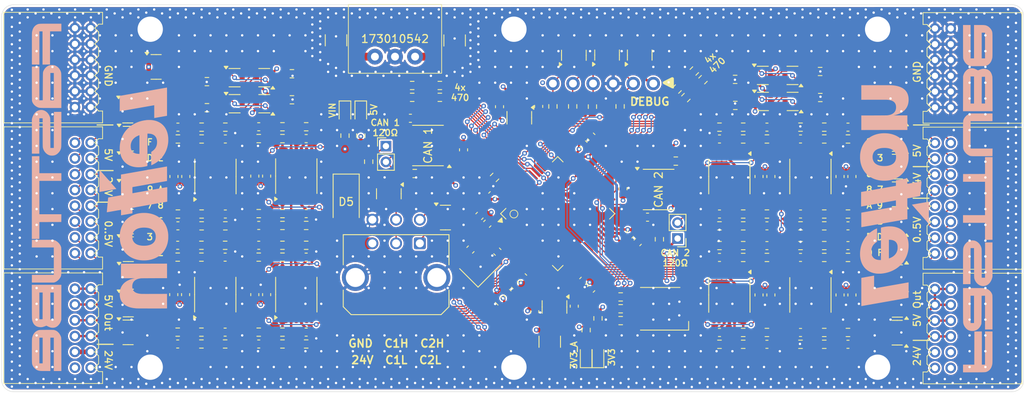
<source format=kicad_pcb>
(kicad_pcb
	(version 20241229)
	(generator "pcbnew")
	(generator_version "9.0")
	(general
		(thickness 1.6)
		(legacy_teardrops no)
	)
	(paper "A4")
	(layers
		(0 "F.Cu" signal)
		(4 "In1.Cu" signal)
		(6 "In2.Cu" signal)
		(2 "B.Cu" signal)
		(9 "F.Adhes" user "F.Adhesive")
		(11 "B.Adhes" user "B.Adhesive")
		(13 "F.Paste" user)
		(15 "B.Paste" user)
		(5 "F.SilkS" user "F.Silkscreen")
		(7 "B.SilkS" user "B.Silkscreen")
		(1 "F.Mask" user)
		(3 "B.Mask" user)
		(17 "Dwgs.User" user "User.Drawings")
		(19 "Cmts.User" user "User.Comments")
		(21 "Eco1.User" user "User.Eco1")
		(23 "Eco2.User" user "User.Eco2")
		(25 "Edge.Cuts" user)
		(27 "Margin" user)
		(31 "F.CrtYd" user "F.Courtyard")
		(29 "B.CrtYd" user "B.Courtyard")
		(35 "F.Fab" user)
		(33 "B.Fab" user)
		(39 "User.1" user)
		(41 "User.2" user)
		(43 "User.3" user)
		(45 "User.4" user)
		(47 "User.5" user)
		(49 "User.6" user)
		(51 "User.7" user)
		(53 "User.8" user)
		(55 "User.9" user)
	)
	(setup
		(stackup
			(layer "F.SilkS"
				(type "Top Silk Screen")
			)
			(layer "F.Paste"
				(type "Top Solder Paste")
			)
			(layer "F.Mask"
				(type "Top Solder Mask")
				(color "Black")
				(thickness 0.01)
			)
			(layer "F.Cu"
				(type "copper")
				(thickness 0.035)
			)
			(layer "dielectric 1"
				(type "prepreg")
				(thickness 0.1)
				(material "FR4")
				(epsilon_r 4.5)
				(loss_tangent 0.02)
			)
			(layer "In1.Cu"
				(type "copper")
				(thickness 0.035)
			)
			(layer "dielectric 2"
				(type "core")
				(thickness 1.24)
				(material "FR4")
				(epsilon_r 4.5)
				(loss_tangent 0.02)
			)
			(layer "In2.Cu"
				(type "copper")
				(thickness 0.035)
			)
			(layer "dielectric 3"
				(type "prepreg")
				(thickness 0.1)
				(material "FR4")
				(epsilon_r 4.5)
				(loss_tangent 0.02)
			)
			(layer "B.Cu"
				(type "copper")
				(thickness 0.035)
			)
			(layer "B.Mask"
				(type "Bottom Solder Mask")
				(color "Black")
				(thickness 0.01)
			)
			(layer "B.Paste"
				(type "Bottom Solder Paste")
			)
			(layer "B.SilkS"
				(type "Bottom Silk Screen")
			)
			(copper_finish "None")
			(dielectric_constraints no)
		)
		(pad_to_mask_clearance 0)
		(allow_soldermask_bridges_in_footprints no)
		(tenting front back)
		(pcbplotparams
			(layerselection 0x00000000_00000000_55555555_5755f5ff)
			(plot_on_all_layers_selection 0x00000000_00000000_00000000_00000000)
			(disableapertmacros no)
			(usegerberextensions no)
			(usegerberattributes yes)
			(usegerberadvancedattributes yes)
			(creategerberjobfile yes)
			(dashed_line_dash_ratio 12.000000)
			(dashed_line_gap_ratio 3.000000)
			(svgprecision 4)
			(plotframeref no)
			(mode 1)
			(useauxorigin no)
			(hpglpennumber 1)
			(hpglpenspeed 20)
			(hpglpendiameter 15.000000)
			(pdf_front_fp_property_popups yes)
			(pdf_back_fp_property_popups yes)
			(pdf_metadata yes)
			(pdf_single_document no)
			(dxfpolygonmode yes)
			(dxfimperialunits yes)
			(dxfusepcbnewfont yes)
			(psnegative no)
			(psa4output no)
			(plot_black_and_white yes)
			(plotinvisibletext no)
			(sketchpadsonfab no)
			(plotpadnumbers no)
			(hidednponfab no)
			(sketchdnponfab yes)
			(crossoutdnponfab yes)
			(subtractmaskfromsilk no)
			(outputformat 1)
			(mirror no)
			(drillshape 1)
			(scaleselection 1)
			(outputdirectory "")
		)
	)
	(net 0 "")
	(net 1 "GND")
	(net 2 "/A8")
	(net 3 "/WS1")
	(net 4 "/A11")
	(net 5 "/A7")
	(net 6 "/A1")
	(net 7 "/STATUS1")
	(net 8 "/A5")
	(net 9 "/A12")
	(net 10 "/D2")
	(net 11 "+3V3")
	(net 12 "/A14")
	(net 13 "/A10")
	(net 14 "/SWDIO")
	(net 15 "/WS2")
	(net 16 "/A13")
	(net 17 "/A16")
	(net 18 "/SWCLK")
	(net 19 "/D5")
	(net 20 "/D1")
	(net 21 "/CAN2_TX")
	(net 22 "/A15")
	(net 23 "/A6")
	(net 24 "/D4")
	(net 25 "/STATUS2")
	(net 26 "/CAN1_RX")
	(net 27 "/A4")
	(net 28 "/CAN1_TX")
	(net 29 "/CAN2_RX")
	(net 30 "/A3")
	(net 31 "/A9")
	(net 32 "/A2")
	(net 33 "/D6")
	(net 34 "/D3")
	(net 35 "Net-(C4-Pad1)")
	(net 36 "Net-(U3A-+)")
	(net 37 "Net-(U3D-+)")
	(net 38 "Net-(U3A--)")
	(net 39 "Net-(U3D--)")
	(net 40 "Net-(U4A-+)")
	(net 41 "Net-(U4D-+)")
	(net 42 "Net-(U4A--)")
	(net 43 "Net-(U4D--)")
	(net 44 "Net-(U5A-+)")
	(net 45 "Net-(U5D-+)")
	(net 46 "Net-(U5A--)")
	(net 47 "Net-(U5D--)")
	(net 48 "Net-(U6A-+)")
	(net 49 "Net-(U6D-+)")
	(net 50 "Net-(U6A--)")
	(net 51 "Net-(C19-Pad1)")
	(net 52 "Net-(U6D--)")
	(net 53 "Net-(C38-Pad1)")
	(net 54 "Net-(U3B-+)")
	(net 55 "Net-(U3C-+)")
	(net 56 "Net-(U4B-+)")
	(net 57 "Net-(U4C-+)")
	(net 58 "Net-(U5B-+)")
	(net 59 "Net-(U5C-+)")
	(net 60 "Net-(U6B-+)")
	(net 61 "Net-(U6C-+)")
	(net 62 "+5V")
	(net 63 "/SWO")
	(net 64 "/NRST")
	(net 65 "/STATUS_B")
	(net 66 "/STATUS_G")
	(net 67 "/STATUS_R")
	(net 68 "Net-(U12-STB)")
	(net 69 "/CAN1_H")
	(net 70 "/CAN1_L")
	(net 71 "/CAN2_L")
	(net 72 "/CAN2_H")
	(net 73 "Net-(U2-PH1)")
	(net 74 "Net-(U2-PH0)")
	(net 75 "Net-(C20-Pad1)")
	(net 76 "Net-(C25-Pad1)")
	(net 77 "Net-(C26-Pad1)")
	(net 78 "Net-(C31-Pad1)")
	(net 79 "Net-(C32-Pad1)")
	(net 80 "Net-(C37-Pad1)")
	(net 81 "Net-(D2-A1)")
	(net 82 "Net-(D2-A2)")
	(net 83 "Net-(D3-A1)")
	(net 84 "Net-(D3-A2)")
	(net 85 "Net-(D4-AR)")
	(net 86 "Net-(D4-AB)")
	(net 87 "Net-(D4-AG)")
	(net 88 "Net-(JP3-A)")
	(net 89 "Net-(JP4-A)")
	(net 90 "Net-(U2-BOOT0)")
	(net 91 "Net-(U11-STB)")
	(net 92 "unconnected-(U1-NC-Pad5)")
	(net 93 "unconnected-(U1-NC-Pad4)")
	(net 94 "unconnected-(U2-PC13-Pad2)")
	(net 95 "unconnected-(U2-PC14-Pad3)")
	(net 96 "unconnected-(U2-PC15-Pad4)")
	(net 97 "+24V")
	(net 98 "/JR1")
	(net 99 "/JR2")
	(net 100 "/JR3")
	(net 101 "/JR4")
	(net 102 "/JR6")
	(net 103 "/JR5")
	(net 104 "/JR7")
	(net 105 "/JR8")
	(net 106 "/JR9")
	(net 107 "/JR10")
	(net 108 "/JR11")
	(net 109 "/JR12")
	(net 110 "/JR13")
	(net 111 "/JR14")
	(net 112 "/JR16")
	(net 113 "/JR15")
	(net 114 "/JL2")
	(net 115 "/JL1")
	(net 116 "/JL3")
	(net 117 "/JL4")
	(net 118 "/JL5")
	(net 119 "/JL6")
	(net 120 "/JL7")
	(net 121 "/JL8")
	(net 122 "/JL9")
	(net 123 "/JL10")
	(net 124 "/JL11")
	(net 125 "/JL12")
	(net 126 "/JL13")
	(net 127 "/JL14")
	(net 128 "/JL15")
	(net 129 "/JL16")
	(net 130 "+24V_IN")
	(net 131 "Net-(U10C-+)")
	(net 132 "Net-(U10B-+)")
	(net 133 "Net-(U10D--)")
	(net 134 "Net-(C62-Pad1)")
	(net 135 "Net-(C61-Pad1)")
	(net 136 "Net-(U10A--)")
	(net 137 "Net-(U10D-+)")
	(net 138 "Net-(U10A-+)")
	(net 139 "Net-(C56-Pad1)")
	(net 140 "Net-(C55-Pad1)")
	(net 141 "Net-(C50-Pad1)")
	(net 142 "Net-(C49-Pad1)")
	(net 143 "Net-(C44-Pad1)")
	(net 144 "Net-(C43-Pad1)")
	(net 145 "Net-(U9C-+)")
	(net 146 "Net-(U9B-+)")
	(net 147 "Net-(U8C-+)")
	(net 148 "Net-(U8B-+)")
	(net 149 "Net-(U7C-+)")
	(net 150 "Net-(U7B-+)")
	(net 151 "Net-(U9D--)")
	(net 152 "Net-(U9A--)")
	(net 153 "Net-(U9D-+)")
	(net 154 "Net-(U9A-+)")
	(net 155 "Net-(U8D--)")
	(net 156 "Net-(U8A--)")
	(net 157 "Net-(U8D-+)")
	(net 158 "Net-(U8A-+)")
	(net 159 "Net-(U7D--)")
	(net 160 "Net-(U7A--)")
	(net 161 "Net-(U7D-+)")
	(net 162 "Net-(U7A-+)")
	(net 163 "unconnected-(D1-A2-Pad2)")
	(net 164 "Net-(D14-A)")
	(net 165 "Net-(D16-A)")
	(net 166 "Net-(D18-A)")
	(net 167 "/PWM2_2")
	(net 168 "/PWM1_1")
	(net 169 "/PWM1_2")
	(net 170 "/PWM1_3")
	(net 171 "/PWM3_1")
	(net 172 "/PWM3_2")
	(net 173 "/PWM1_4")
	(net 174 "/PWM2_1")
	(net 175 "+3V3_A")
	(net 176 "unconnected-(U14-NC-Pad4)")
	(net 177 "unconnected-(U14-NC-Pad5)")
	(net 178 "Net-(D20-A)")
	(footprint "Capacitor_SMD:C_0603_1608Metric" (layer "F.Cu") (at 157.526866 106.646284 135))
	(footprint "Resistor_SMD:R_0603_1608Metric" (layer "F.Cu") (at 182.368303 115.126183 180))
	(footprint "Resistor_SMD:R_0603_1608Metric" (layer "F.Cu") (at 192.618303 115.126183 180))
	(footprint "Resistor_SMD:R_0603_1608Metric" (layer "F.Cu") (at 163.8 84.999479 -90))
	(footprint "Capacitor_SMD:C_0603_1608Metric" (layer "F.Cu") (at 130.093303 104.086183))
	(footprint "Resistor_SMD:R_0603_1608Metric" (layer "F.Cu") (at 198.618303 113.626183))
	(footprint "Resistor_SMD:R_0603_1608Metric" (layer "F.Cu") (at 124.093303 113.586183 180))
	(footprint "Resistor_SMD:R_0603_1608Metric" (layer "F.Cu") (at 137 88.7 90))
	(footprint "Resistor_SMD:R_0603_1608Metric" (layer "F.Cu") (at 113.843303 104.086183 180))
	(footprint "Capacitor_SMD:C_0603_1608Metric" (layer "F.Cu") (at 114.868303 93.876183 90))
	(footprint "Capacitor_SMD:C_0603_1608Metric" (layer "F.Cu") (at 199.118303 108.876183 -90))
	(footprint "Package_TO_SOT_SMD:SOT-23" (layer "F.Cu") (at 204.868303 96.126183 180))
	(footprint "Capacitor_SMD:C_0603_1608Metric" (layer "F.Cu") (at 124.093303 102.586183))
	(footprint "Resistor_SMD:R_0603_1608Metric" (layer "F.Cu") (at 147 82.35))
	(footprint "LED_SMD:LED_0603_1608Metric" (layer "F.Cu") (at 165.5 116.6 90))
	(footprint "Resistor_SMD:R_0603_1608Metric" (layer "F.Cu") (at 130.093303 115.086183))
	(footprint "Package_TO_SOT_SMD:SOT-23" (layer "F.Cu") (at 107.593303 89.086183))
	(footprint "Package_TO_SOT_SMD:SOT-23" (layer "F.Cu") (at 172.281697 78.5 90))
	(footprint "Resistor_SMD:R_0603_1608Metric" (layer "F.Cu") (at 195.618303 100.126183 180))
	(footprint "Resistor_SMD:R_0603_1608Metric" (layer "F.Cu") (at 154.557018 109.616132 -45))
	(footprint "Resistor_SMD:R_0603_1608Metric" (layer "F.Cu") (at 147 83.85))
	(footprint "Resistor_SMD:R_0603_1608Metric" (layer "F.Cu") (at 185.368303 102.626183 180))
	(footprint "Capacitor_SMD:C_0603_1608Metric" (layer "F.Cu") (at 198.618303 115.126183 180))
	(footprint "Capacitor_SMD:C_0603_1608Metric" (layer "F.Cu") (at 154.549999 85.0375 90))
	(footprint "Capacitor_SMD:C_0603_1608Metric" (layer "F.Cu") (at 150.868303 103.126183 -135))
	(footprint "Resistor_SMD:R_0603_1608Metric" (layer "F.Cu") (at 188.368303 113.626183))
	(footprint "Resistor_SMD:R_0603_1608Metric" (layer "F.Cu") (at 192.618303 102.626183 180))
	(footprint "Resistor_SMD:R_0603_1608Metric" (layer "F.Cu") (at 176.843303 91.926183 180))
	(footprint "Resistor_SMD:R_0603_1608Metric" (layer "F.Cu") (at 127.093303 100.076183))
	(footprint "Resistor_SMD:R_0603_1608Metric" (layer "F.Cu") (at 128.293303 84.161183 180))
	(footprint "Resistor_SMD:R_0603_1608Metric" (layer "F.Cu") (at 127.093303 115.086183))
	(footprint "Package_TO_SOT_SMD:SOT-23" (layer "F.Cu") (at 107.593303 92.586183))
	(footprint "Capacitor_SMD:C_0603_1608Metric" (layer "F.Cu") (at 119.868303 89.126183))
	(footprint "Package_TO_SOT_SMD:SOT-23" (layer "F.Cu") (at 204.868303 110.126183 180))
	(footprint "Resistor_SMD:R_0603_1608Metric" (layer "F.Cu") (at 138 92 -90))
	(footprint "Capacitor_SMD:C_0603_1608Metric" (layer "F.Cu") (at 188.368303 115.126183 180))
	(footprint "Package_TO_SOT_SMD:SOT-23-5" (layer "F.Cu") (at 157.049999 86.4375 -90))
	(footprint "Capacitor_SMD:C_1210_3225Metric" (layer "F.Cu") (at 160.9 114.8 -90))
	(footprint "Package_SO:TSSOP-14_4.4x5mm_P0.65mm" (layer "F.Cu") (at 128.843303 93.826183 90))
	(footprint "Package_TO_SOT_SMD:SOT-363_SC-70-6" (layer "F.Cu") (at 121.040767 81.361183))
	(footprint "Package_SO:TSSOP-14_4.4x5mm_P0.65mm" (layer "F.Cu") (at 118.618303 93.876183 90))
	(footprint "Capacitor_SMD:C_0603_1608Metric" (layer "F.Cu") (at 165.145942 107.088225 -135))
	(footprint "Capacitor_SMD:C_0603_1608Metric"
		(layer "F.Cu")
		(uuid "3b524083-6c34-4917-b0d6-3aaec1dd5914")
		(at 197.618303 108.876183 -90)
		(descr "Capacitor SMD 0603 (1608 Metric), square (rectangular) end terminal, IPC_7351 nominal, (Body size source: IPC-SM-782 page 76, https://www.pcb-3d.com/wordpress/wp-content/uploads/ipc-sm-782a_amendment_1_and_2.pdf), generated with kicad-footprint-generator")
		(tags "capacitor")
		(property "Reference" "C40"
			(at 0 -1.43 90)
			(layer "F.SilkS")
			(hide yes)
			(uuid "f6f5ff26-de97-464b-b88c-c35de33285f0")
			(effects
				(font
					(size 1 1)
					(thickness 0.15)
				)
			)
		)
		(property "Value" "100n"
			(at 0 1.43 90)
			(layer "F.Fab")
			(uuid "56a5261d-86f0-4220-b930-316bbc120d3c")
			(effects
				(font
					(size 1 1)
					(thickness 0.15)
				)
			)
		)
		(property "Datasheet" ""
			(at 0 0 270)
			(unlocked yes)
			(layer "F.Fab")
			(hide yes)
			(uuid "09ad0682-6369-4d19-85ba-cac8ed99a067")
			(effects
				(font
					(size 1.27 1.27)
					(thickness 0.15)
				)
			)
		)
		(property "Description" "Unpolarized capacitor"
			(at 0 0 270)
			(unlocked yes)
			(layer "F.Fab")
			(hide yes)
			(uuid "18c3ecb2-4e0b-483a-b2fb-b77d90aaa55d")
			(effects
				(font
					(size 1.27 1.27)
					(thickness 0.15)
				)
			)
		)
		(property ki_fp_filters "C_*")
		(path "/3dbce77f-9b0c-4fe3-a621-85f00bfbc61e/d8ca17e1-cf42-4590-9ad8-32c8e4ed7b44")
		(sheetname "/Double ADC Filter3/")
		(sheetfile "doubleFilterstage.kicad_sch")
		(attr smd)
		(fp_line
			(start -0.14058 0.51)
			(end 0.14058 0.51)
			(stroke
				(width 0.12)
				(type solid)
			)
			(layer "F.SilkS")
			(uuid "c5d16306-84e8-4bdd-931c-9fc8d4d05e77")
		)
		(fp_line
			(start -0.14058 -0.51)
			(end 0.14058 -0.51)
			(stroke
				(width 0.12)
				(type solid)
			)
			(layer "F.SilkS")
			(uuid "20cc200a-33ce-4459-acd6-101784feb1e7")
		)
		(fp_line
			(start -1.48 0.73)
			(end -1.48 -0.73)
			(stroke
				(width 0.05)
				(type solid)
			)
			(layer "F.CrtYd")
			(uuid "f6d59494-cf2c-4cd2-9903-2edfebd6ada1")
		)
		(fp_line
			(start 1.48 0.73)
			(end -1.48 0.73)
			(stroke
				(width 0.05)
				(type solid)
			)
			(layer "F.CrtYd")
			(uuid "53813740-0af8-4cec-8ecb-a5fcfd28d41d")
		)
		(fp_line
			(start -1.48 -0.73)
			(end 1.48 -0.73)
			(stroke
				(width 0.05)
				(type solid)
			)
			
... [4492789 chars truncated]
</source>
